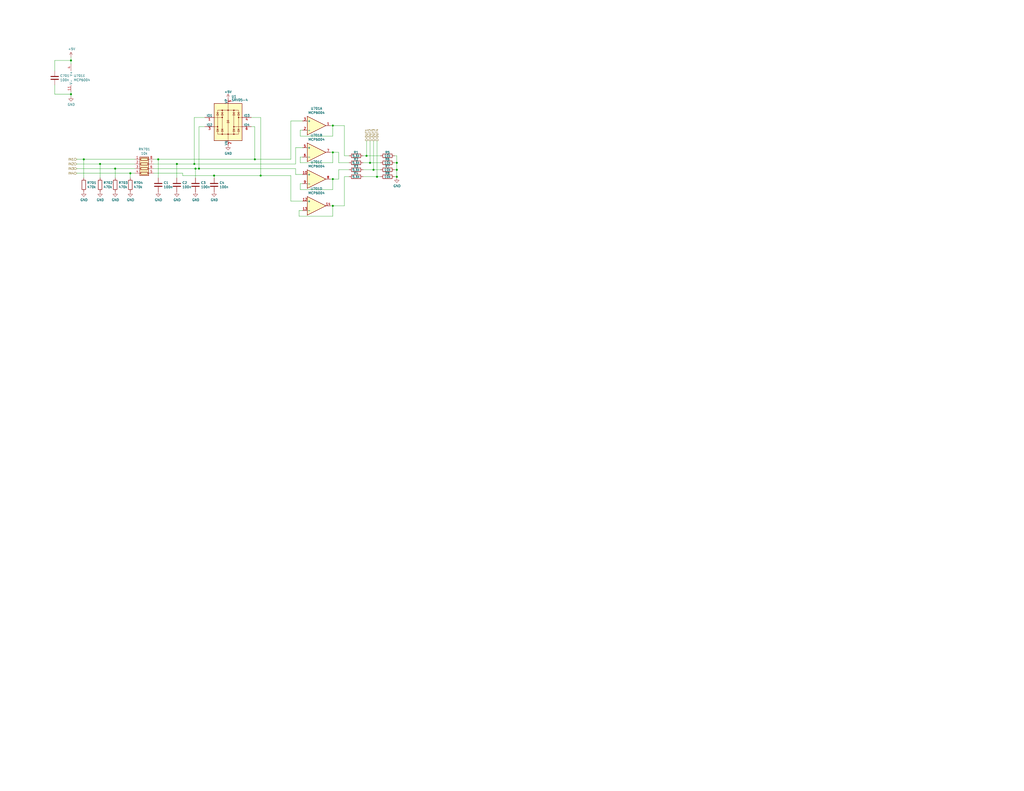
<source format=kicad_sch>
(kicad_sch (version 20211123) (generator eeschema)
  (paper "C")
  (title_block (title "1999 Dodge Dakota Based on rusEFI/proteus") (date "2023-08-12") (rev "V0.1") (company "rusEFI"))
  (lib_symbols
    (symbol "Amplifier_Operational:MCP6004" (pin_names (offset 0.127))
      (property "Reference" "U" (at 0 5.08 0))
      (property "Value" "MCP6004" (at 0 -5.08 0))
      (symbol "MCP6004_1_1"
        (polyline (pts (xy -5.08 5.08) (xy 5.08 0) (xy -5.08 -5.08) (xy -5.08 5.08)) (stroke (width 0.254)) (fill (type background)))
        (pin output line (at 7.62 0 180) (length 2.54) (name "~") (number "1"))
        (pin input line (at -7.62 -2.54 0) (length 2.54) (name "-") (number "2"))
        (pin input line (at -7.62 2.54 0) (length 2.54) (name "+") (number "3"))
      )
      (symbol "MCP6004_2_1"
        (polyline (pts (xy -5.08 5.08) (xy 5.08 0) (xy -5.08 -5.08) (xy -5.08 5.08)) (stroke (width 0.254)) (fill (type background)))
        (pin input line (at -7.62 2.54 0) (length 2.54) (name "+") (number "5"))
        (pin input line (at -7.62 -2.54 0) (length 2.54) (name "-") (number "6"))
        (pin output line (at 7.62 0 180) (length 2.54) (name "~") (number "7"))
      )
      (symbol "MCP6004_3_1"
        (polyline (pts (xy -5.08 5.08) (xy 5.08 0) (xy -5.08 -5.08) (xy -5.08 5.08)) (stroke (width 0.254)) (fill (type background)))
        (pin input line (at -7.62 2.54 0) (length 2.54) (name "+") (number "10"))
        (pin output line (at 7.62 0 180) (length 2.54) (name "~") (number "8"))
        (pin input line (at -7.62 -2.54 0) (length 2.54) (name "-") (number "9"))
      )
      (symbol "MCP6004_4_1"
        (polyline (pts (xy -5.08 5.08) (xy 5.08 0) (xy -5.08 -5.08) (xy -5.08 5.08)) (stroke (width 0.254)) (fill (type background)))
        (pin input line (at -7.62 2.54 0) (length 2.54) (name "+") (number "12"))
        (pin input line (at -7.62 -2.54 0) (length 2.54) (name "-") (number "13"))
        (pin output line (at 7.62 0 180) (length 2.54) (name "~") (number "14"))
      )
      (symbol "MCP6004_5_1"
        (pin power_in line (at -2.54 -7.62 90) (length 3.81) (name "V-") (number "11"))
        (pin power_in line (at -2.54 7.62 270) (length 3.81) (name "V+") (number "4"))
      )
    )
    (symbol "Device:C" (pin_numbers hide) (pin_names (offset 0.254))
      (property "Reference" "C" (at 0.635 2.54 0))
      (property "Value" "C" (at 0.635 -2.54 0))
      (symbol "C_0_1"
        (polyline (pts (xy -2.032 -0.762) (xy 2.032 -0.762)) (stroke (width 0.508)))
        (polyline (pts (xy -2.032 0.762) (xy 2.032 0.762)) (stroke (width 0.508)))
      )
      (symbol "C_1_1"
        (pin passive line (at 0 3.81 270) (length 2.794) (name "~") (number "1"))
        (pin passive line (at 0 -3.81 90) (length 2.794) (name "~") (number "2"))
      )
    )
    (symbol "Device:R" (pin_numbers hide) (pin_names (offset 0))
      (property "Reference" "R" (at 2.032 0 90))
      (property "Value" "R" (at 0 0 90))
      (symbol "R_0_1"
        (rectangle (start -1.016 -2.54) (end 1.016 2.54) (stroke (width 0.254)))
      )
      (symbol "R_1_1"
        (pin passive line (at 0 3.81 270) (length 1.27) (name "~") (number "1"))
        (pin passive line (at 0 -3.81 90) (length 1.27) (name "~") (number "2"))
      )
    )
    (symbol "Device:R_Pack04" (pin_names (offset 0) hide)
      (property "Reference" "RN" (at -7.62 0 90))
      (property "Value" "R_Pack04" (at 5.08 0 90))
      (symbol "R_Pack04_0_1"
        (rectangle (start -6.35 -2.413) (end 3.81 2.413) (stroke (width 0.254)) (fill (type background)))
        (rectangle (start -5.715 1.905) (end -4.445 -1.905) (stroke (width 0.254)))
        (rectangle (start -3.175 1.905) (end -1.905 -1.905) (stroke (width 0.254)))
        (rectangle (start -0.635 1.905) (end 0.635 -1.905) (stroke (width 0.254)))
        (polyline (pts (xy -5.08 -2.54) (xy -5.08 -1.905)))
        (polyline (pts (xy -5.08 1.905) (xy -5.08 2.54)))
        (polyline (pts (xy -2.54 -2.54) (xy -2.54 -1.905)))
        (polyline (pts (xy -2.54 1.905) (xy -2.54 2.54)))
        (polyline (pts (xy 0 -2.54) (xy 0 -1.905)))
        (polyline (pts (xy 0 1.905) (xy 0 2.54)))
        (polyline (pts (xy 2.54 -2.54) (xy 2.54 -1.905)))
        (polyline (pts (xy 2.54 1.905) (xy 2.54 2.54)))
        (rectangle (start 1.905 1.905) (end 3.175 -1.905) (stroke (width 0.254)))
      )
      (symbol "R_Pack04_1_1"
        (pin passive line (at -5.08 -5.08 90) (length 2.54) (name "R1.1") (number "1"))
        (pin passive line (at -2.54 -5.08 90) (length 2.54) (name "R2.1") (number "2"))
        (pin passive line (at 0 -5.08 90) (length 2.54) (name "R3.1") (number "3"))
        (pin passive line (at 2.54 -5.08 90) (length 2.54) (name "R4.1") (number "4"))
        (pin passive line (at 2.54 5.08 270) (length 2.54) (name "R4.2") (number "5"))
        (pin passive line (at 0 5.08 270) (length 2.54) (name "R3.2") (number "6"))
        (pin passive line (at -2.54 5.08 270) (length 2.54) (name "R2.2") (number "7"))
        (pin passive line (at -5.08 5.08 270) (length 2.54) (name "R1.2") (number "8"))
      )
    )
    (symbol "Power_Protection:SRV05-4" (pin_names (offset 0))
      (property "Reference" "U" (at -5.08 11.43 0))
      (property "Value" "SRV05-4" (at 2.54 11.43 0))
      (symbol "SRV05-4_0_0"
        (rectangle (start -5.715 6.477) (end 5.715 -6.604))
        (polyline (pts (xy -3.175 -6.604) (xy -3.175 6.477)))
        (polyline (pts (xy 3.175 6.477) (xy 3.175 -6.604)))
      )
      (symbol "SRV05-4_0_1"
        (rectangle (start -7.62 10.16) (end 7.62 -10.16) (stroke (width 0.254)) (fill (type background)))
        (circle (center -5.715 -2.54) (radius 0.2794) (fill (type outline)))
        (circle (center -3.175 -6.604) (radius 0.2794) (fill (type outline)))
        (circle (center -3.175 2.54) (radius 0.2794) (fill (type outline)))
        (circle (center -3.175 6.477) (radius 0.2794) (fill (type outline)))
        (circle (center 0 -6.604) (radius 0.2794) (fill (type outline)))
        (polyline (pts (xy -7.747 2.54) (xy -3.175 2.54)))
        (polyline (pts (xy -7.62 -2.54) (xy -5.715 -2.54)))
        (polyline (pts (xy -5.08 -3.81) (xy -6.35 -3.81)))
        (polyline (pts (xy -5.08 5.08) (xy -6.35 5.08)))
        (polyline (pts (xy -2.54 -3.81) (xy -3.81 -3.81)))
        (polyline (pts (xy -2.54 5.08) (xy -3.81 5.08)))
        (polyline (pts (xy 0 10.16) (xy 0 -10.16)))
        (polyline (pts (xy 3.81 -3.81) (xy 2.54 -3.81)))
        (polyline (pts (xy 3.81 5.08) (xy 2.54 5.08)))
        (polyline (pts (xy 6.35 -3.81) (xy 5.08 -3.81)))
        (polyline (pts (xy 6.35 5.08) (xy 5.08 5.08)))
        (polyline (pts (xy 7.62 -2.54) (xy 3.175 -2.54)))
        (polyline (pts (xy 7.62 2.54) (xy 5.715 2.54)))
        (polyline (pts (xy 0.635 0.889) (xy -0.635 0.889) (xy -0.635 0.635)))
        (polyline (pts (xy -5.08 -5.08) (xy -6.35 -5.08) (xy -5.715 -3.81) (xy -5.08 -5.08)))
        (polyline (pts (xy -5.08 3.81) (xy -6.35 3.81) (xy -5.715 5.08) (xy -5.08 3.81)))
        (polyline (pts (xy -2.54 -5.08) (xy -3.81 -5.08) (xy -3.175 -3.81) (xy -2.54 -5.08)))
        (polyline (pts (xy -2.54 3.81) (xy -3.81 3.81) (xy -3.175 5.08) (xy -2.54 3.81)))
        (polyline (pts (xy 0.635 -0.381) (xy -0.635 -0.381) (xy 0 0.889) (xy 0.635 -0.381)))
        (polyline (pts (xy 3.81 -5.08) (xy 2.54 -5.08) (xy 3.175 -3.81) (xy 3.81 -5.08)))
        (polyline (pts (xy 3.81 3.81) (xy 2.54 3.81) (xy 3.175 5.08) (xy 3.81 3.81)))
        (polyline (pts (xy 6.35 -5.08) (xy 5.08 -5.08) (xy 5.715 -3.81) (xy 6.35 -5.08)))
        (polyline (pts (xy 6.35 3.81) (xy 5.08 3.81) (xy 5.715 5.08) (xy 6.35 3.81)))
        (circle (center 0 6.477) (radius 0.2794) (fill (type outline)))
        (circle (center 3.175 -6.604) (radius 0.2794) (fill (type outline)))
        (circle (center 3.175 -2.54) (radius 0.2794) (fill (type outline)))
        (circle (center 3.175 6.477) (radius 0.2794) (fill (type outline)))
        (circle (center 5.715 2.54) (radius 0.2794) (fill (type outline)))
      )
      (symbol "SRV05-4_1_1"
        (pin passive line (at -12.7 2.54 0) (length 5.08) (name "IO1") (number "1"))
        (pin passive line (at 0 -12.7 90) (length 2.54) (name "VN") (number "2"))
        (pin passive line (at -12.7 -2.54 0) (length 5.08) (name "IO2") (number "3"))
        (pin passive line (at 12.7 2.54 180) (length 5.08) (name "IO3") (number "4"))
        (pin passive line (at 0 12.7 270) (length 2.54) (name "VP") (number "5"))
        (pin passive line (at 12.7 -2.54 180) (length 5.08) (name "IO4") (number "6"))
      )
    )
    (symbol "power:+5V" (power) (pin_names (offset 0))
      (property "Value" "+5V" (at 0 3.556 0))
      (symbol "+5V_0_1"
        (polyline (pts (xy -0.762 1.27) (xy 0 2.54)))
        (polyline (pts (xy 0 0) (xy 0 2.54)))
        (polyline (pts (xy 0 2.54) (xy 0.762 1.27)))
      )
      (symbol "+5V_1_1"
        (pin power_in line (at 0 0 90) (length 0) hide (name "+5V") (number "1"))
      )
    )
    (symbol "power:GND" (power) (pin_names (offset 0))
      (property "Value" "GND" (at 0 -3.81 0))
      (symbol "GND_0_1"
        (polyline (pts (xy 0 0) (xy 0 -1.27) (xy 1.27 -1.27) (xy 0 -2.54) (xy -1.27 -1.27) (xy 0 -1.27)))
      )
      (symbol "GND_1_1"
        (pin power_in line (at 0 0 270) (length 0) hide (name "GND") (number "1"))
      )
    )
  )
  (junction (at 203.835 92.71))
  (junction (at 216.535 88.9))
  (junction (at 216.535 92.71))
  (junction (at 38.735 51.435))
  (junction (at 71.12 94.615))
  (junction (at 108.585 92.075))
  (junction (at 38.735 33.02))
  (junction (at 45.72 86.995))
  (junction (at 181.61 68.58))
  (junction (at 142.24 95.885))
  (junction (at 200.025 85.09))
  (junction (at 216.535 96.52))
  (junction (at 181.61 112.395))
  (junction (at 86.36 86.995))
  (junction (at 54.61 89.535))
  (junction (at 139.065 86.995))
  (junction (at 106.68 92.075))
  (junction (at 62.865 92.075))
  (junction (at 116.84 95.885))
  (junction (at 96.52 89.535))
  (junction (at 181.61 83.185))
  (junction (at 181.61 97.79))
  (junction (at 106.045 89.535))
  (junction (at 205.74 96.52))
  (junction (at 201.93 88.9))
  (wire (pts (xy 184.785 97.79) (xy 184.785 92.71)))
  (wire (pts (xy 216.535 92.71) (xy 215.265 92.71)))
  (wire (pts (xy 165.1 85.725) (xy 163.83 85.725)))
  (wire (pts (xy 181.61 118.11) (xy 181.61 112.395)))
  (wire (pts (xy 163.195 114.935) (xy 163.195 118.11)))
  (wire (pts (xy 161.29 92.075) (xy 161.29 95.25)))
  (wire (pts (xy 99.695 95.885) (xy 116.84 95.885)))
  (wire (pts (xy 181.61 88.9) (xy 181.61 83.185)))
  (wire (pts (xy 111.76 69.215) (xy 108.585 69.215)))
  (wire (pts (xy 190.5 96.52) (xy 187.96 96.52)))
  (wire (pts (xy 216.535 96.52) (xy 215.265 96.52)))
  (wire (pts (xy 205.74 96.52) (xy 205.74 76.835)))
  (wire (pts (xy 163.83 71.12) (xy 163.83 74.295)))
  (wire (pts (xy 83.82 94.615) (xy 99.695 94.615)))
  (wire (pts (xy 139.065 69.215) (xy 139.065 86.995)))
  (wire (pts (xy 41.91 92.075) (xy 62.865 92.075)))
  (wire (pts (xy 165.1 71.12) (xy 163.83 71.12)))
  (wire (pts (xy 137.16 69.215) (xy 139.065 69.215)))
  (wire (pts (xy 83.82 92.075) (xy 106.68 92.075)))
  (wire (pts (xy 108.585 69.215) (xy 108.585 92.075)))
  (wire (pts (xy 29.845 51.435) (xy 29.845 46.355)))
  (wire (pts (xy 181.61 97.79) (xy 180.34 97.79)))
  (wire (pts (xy 38.735 33.02) (xy 38.735 34.925)))
  (wire (pts (xy 111.76 64.135) (xy 106.045 64.135)))
  (wire (pts (xy 181.61 74.295) (xy 181.61 68.58)))
  (wire (pts (xy 38.735 51.435) (xy 29.845 51.435)))
  (wire (pts (xy 137.16 64.135) (xy 142.24 64.135)))
  (wire (pts (xy 38.735 31.115) (xy 38.735 33.02)))
  (wire (pts (xy 29.845 33.02) (xy 38.735 33.02)))
  (wire (pts (xy 71.12 97.155) (xy 71.12 94.615)))
  (wire (pts (xy 200.025 85.09) (xy 200.025 76.835)))
  (wire (pts (xy 181.61 103.505) (xy 181.61 97.79)))
  (wire (pts (xy 71.12 94.615) (xy 41.91 94.615)))
  (wire (pts (xy 181.61 83.185) (xy 184.785 83.185)))
  (wire (pts (xy 216.535 97.155) (xy 216.535 96.52)))
  (wire (pts (xy 181.61 112.395) (xy 180.34 112.395)))
  (wire (pts (xy 142.24 95.885) (xy 158.75 95.885)))
  (wire (pts (xy 106.68 92.075) (xy 108.585 92.075)))
  (wire (pts (xy 163.83 74.295) (xy 181.61 74.295)))
  (wire (pts (xy 158.75 95.885) (xy 158.75 109.855)))
  (wire (pts (xy 83.82 89.535) (xy 96.52 89.535)))
  (wire (pts (xy 163.83 85.725) (xy 163.83 88.9)))
  (wire (pts (xy 181.61 68.58) (xy 180.34 68.58)))
  (wire (pts (xy 161.29 95.25) (xy 165.1 95.25)))
  (wire (pts (xy 187.96 85.09) (xy 187.96 68.58)))
  (wire (pts (xy 181.61 97.79) (xy 184.785 97.79)))
  (wire (pts (xy 165.1 114.935) (xy 163.195 114.935)))
  (wire (pts (xy 216.535 96.52) (xy 216.535 92.71)))
  (wire (pts (xy 54.61 89.535) (xy 41.91 89.535)))
  (wire (pts (xy 184.785 88.9) (xy 190.5 88.9)))
  (wire (pts (xy 38.735 52.705) (xy 38.735 51.435)))
  (wire (pts (xy 116.84 97.155) (xy 116.84 95.885)))
  (wire (pts (xy 163.195 118.11) (xy 181.61 118.11)))
  (wire (pts (xy 41.91 86.995) (xy 45.72 86.995)))
  (wire (pts (xy 54.61 89.535) (xy 73.66 89.535)))
  (wire (pts (xy 201.93 88.9) (xy 198.12 88.9)))
  (wire (pts (xy 45.72 86.995) (xy 45.72 97.155)))
  (wire (pts (xy 108.585 92.075) (xy 161.29 92.075)))
  (wire (pts (xy 165.1 80.645) (xy 161.29 80.645)))
  (wire (pts (xy 200.025 85.09) (xy 207.645 85.09)))
  (wire (pts (xy 45.72 86.995) (xy 73.66 86.995)))
  (wire (pts (xy 86.36 86.995) (xy 139.065 86.995)))
  (wire (pts (xy 86.36 86.995) (xy 83.82 86.995)))
  (wire (pts (xy 158.75 109.855) (xy 165.1 109.855)))
  (wire (pts (xy 207.645 88.9) (xy 201.93 88.9)))
  (wire (pts (xy 38.735 51.435) (xy 38.735 50.165)))
  (wire (pts (xy 106.68 92.075) (xy 106.68 97.155)))
  (wire (pts (xy 216.535 88.9) (xy 215.265 88.9)))
  (wire (pts (xy 187.96 68.58) (xy 181.61 68.58)))
  (wire (pts (xy 158.75 86.995) (xy 158.75 66.04)))
  (wire (pts (xy 187.96 96.52) (xy 187.96 112.395)))
  (wire (pts (xy 203.835 92.71) (xy 207.645 92.71)))
  (wire (pts (xy 116.84 95.885) (xy 142.24 95.885)))
  (wire (pts (xy 163.83 103.505) (xy 181.61 103.505)))
  (wire (pts (xy 187.96 112.395) (xy 181.61 112.395)))
  (wire (pts (xy 181.61 83.185) (xy 180.34 83.185)))
  (wire (pts (xy 106.045 64.135) (xy 106.045 89.535)))
  (wire (pts (xy 201.93 76.835) (xy 201.93 88.9)))
  (wire (pts (xy 203.835 76.835) (xy 203.835 92.71)))
  (wire (pts (xy 62.865 92.075) (xy 62.865 97.155)))
  (wire (pts (xy 198.12 92.71) (xy 203.835 92.71)))
  (wire (pts (xy 216.535 92.71) (xy 216.535 88.9)))
  (wire (pts (xy 158.75 66.04) (xy 165.1 66.04)))
  (wire (pts (xy 71.12 94.615) (xy 73.66 94.615)))
  (wire (pts (xy 96.52 89.535) (xy 106.045 89.535)))
  (wire (pts (xy 215.265 85.09) (xy 216.535 85.09)))
  (wire (pts (xy 139.065 86.995) (xy 158.75 86.995)))
  (wire (pts (xy 165.1 100.33) (xy 163.83 100.33)))
  (wire (pts (xy 184.785 92.71) (xy 190.5 92.71)))
  (wire (pts (xy 207.645 96.52) (xy 205.74 96.52)))
  (wire (pts (xy 54.61 97.155) (xy 54.61 89.535)))
  (wire (pts (xy 106.045 89.535) (xy 161.29 89.535)))
  (wire (pts (xy 216.535 85.09) (xy 216.535 88.9)))
  (wire (pts (xy 190.5 85.09) (xy 187.96 85.09)))
  (wire (pts (xy 73.66 92.075) (xy 62.865 92.075)))
  (wire (pts (xy 198.12 85.09) (xy 200.025 85.09)))
  (wire (pts (xy 205.74 96.52) (xy 198.12 96.52)))
  (wire (pts (xy 184.785 83.185) (xy 184.785 88.9)))
  (wire (pts (xy 161.29 80.645) (xy 161.29 89.535)))
  (wire (pts (xy 163.83 88.9) (xy 181.61 88.9)))
  (wire (pts (xy 163.83 100.33) (xy 163.83 103.505)))
  (wire (pts (xy 29.845 38.735) (xy 29.845 33.02)))
  (wire (pts (xy 96.52 89.535) (xy 96.52 97.155)))
  (wire (pts (xy 99.695 94.615) (xy 99.695 95.885)))
  (wire (pts (xy 142.24 64.135) (xy 142.24 95.885)))
  (wire (pts (xy 86.36 97.155) (xy 86.36 86.995)))
  (hierarchical_label "IN3" (shape input) (at 41.91 92.075 180))
  (hierarchical_label "OUT1" (shape output) (at 200.025 76.835 90))
  (hierarchical_label "IN1" (shape input) (at 41.91 86.995 180))
  (hierarchical_label "OUT4" (shape output) (at 205.74 76.835 90))
  (hierarchical_label "IN4" (shape input) (at 41.91 94.615 180))
  (hierarchical_label "OUT2" (shape output) (at 201.93 76.835 90))
  (hierarchical_label "OUT3" (shape output) (at 203.835 76.835 90))
  (hierarchical_label "IN2" (shape input) (at 41.91 89.535 180))
  (symbol (lib_id "Amplifier_Operational:MCP6004") (at 172.72 68.58 0) (unit 1)
    (property "Reference" "U701" (at 172.72 59.2582 0))
    (property "Value" "MCP6004" (at 172.72 61.5696 0))
    (property "Footprint" "Package_SO:TSSOP-14_4.4x5mm_P0.65mm" (effects hide))
    (property "Datasheet" "http://ww1.microchip.com/downloads/en/DeviceDoc/21733j.pdf" (effects hide))
    (property "PN" "MCP6004T-I/ST" (effects hide))
    (property "LCSC" "C50282" (effects hide))
    (property "LCSC_ext" "1" (effects hide))
    (property "possible_not_ext" "1" (effects hide))
  )
  (symbol (lib_id "Amplifier_Operational:MCP6004") (at 172.72 83.185 0) (unit 2)
    (property "Reference" "U701" (at 172.72 73.8632 0))
    (property "Value" "MCP6004" (at 172.72 76.1746 0))
    (property "Footprint" "Package_SO:TSSOP-14_4.4x5mm_P0.65mm" (effects hide))
    (property "Datasheet" "http://ww1.microchip.com/downloads/en/DeviceDoc/21733j.pdf" (effects hide))
    (property "PN" "MCP6004T-I/ST" (effects hide))
    (property "LCSC" "C50282" (effects hide))
    (property "LCSC_ext" "1" (effects hide))
    (property "possible_not_ext" "1" (effects hide))
  )
  (symbol (lib_id "Amplifier_Operational:MCP6004") (at 172.72 97.79 0) (unit 3)
    (property "Reference" "U701" (at 172.72 88.4682 0))
    (property "Value" "MCP6004" (at 172.72 90.7796 0))
    (property "Footprint" "Package_SO:TSSOP-14_4.4x5mm_P0.65mm" (effects hide))
    (property "Datasheet" "http://ww1.microchip.com/downloads/en/DeviceDoc/21733j.pdf" (effects hide))
    (property "PN" "MCP6004T-I/ST" (effects hide))
    (property "LCSC" "C50282" (effects hide))
    (property "LCSC_ext" "1" (effects hide))
    (property "possible_not_ext" "1" (effects hide))
  )
  (symbol (lib_id "Amplifier_Operational:MCP6004") (at 172.72 112.395 0) (unit 4)
    (property "Reference" "U701" (at 172.72 103.0732 0))
    (property "Value" "MCP6004" (at 172.72 105.3846 0))
    (property "Footprint" "Package_SO:TSSOP-14_4.4x5mm_P0.65mm" (effects hide))
    (property "Datasheet" "http://ww1.microchip.com/downloads/en/DeviceDoc/21733j.pdf" (effects hide))
    (property "PN" "MCP6004T-I/ST" (effects hide))
    (property "LCSC" "C50282" (effects hide))
    (property "LCSC_ext" "1" (effects hide))
    (property "possible_not_ext" "1" (effects hide))
  )
  (symbol (lib_id "Device:R") (at 54.61 100.965 0) (unit 1)
    (property "Reference" "R702" (at 56.388 99.7966 0) (effects (justify left)))
    (property "Value" "470k" (at 56.388 102.108 0) (effects (justify left)))
    (property "Footprint" "Resistor_SMD:R_0402_1005Metric" (effects hide))
    (property "LCSC" "C25790" (effects hide))
    (property "LCSC_ext" "0" (effects hide))
  )
  (symbol (lib_id "Device:R") (at 62.865 100.965 0) (unit 1)
    (property "Reference" "R703" (at 64.643 99.7966 0) (effects (justify left)))
    (property "Value" "470k" (at 64.643 102.108 0) (effects (justify left)))
    (property "Footprint" "Resistor_SMD:R_0402_1005Metric" (effects hide))
    (property "LCSC" "C25790" (effects hide))
    (property "LCSC_ext" "0" (effects hide))
  )
  (symbol (lib_id "Device:R") (at 71.12 100.965 0) (unit 1)
    (property "Reference" "R704" (at 72.898 99.7966 0) (effects (justify left)))
    (property "Value" "470k" (at 72.898 102.108 0) (effects (justify left)))
    (property "Footprint" "Resistor_SMD:R_0402_1005Metric" (effects hide))
    (property "LCSC" "C25790" (effects hide))
    (property "LCSC_ext" "0" (effects hide))
  )
  (symbol (lib_id "power:GND") (at 45.72 104.775 0) (unit 1)
    (property "Reference" "#PWR0706" (effects hide))
    (property "Value" "GND" (at 45.847 109.1692 0))
  )
  (symbol (lib_id "power:GND") (at 54.61 104.775 0) (unit 1)
    (property "Reference" "#PWR0707" (effects hide))
    (property "Value" "GND" (at 54.737 109.1692 0))
  )
  (symbol (lib_id "power:GND") (at 62.865 104.775 0) (unit 1)
    (property "Reference" "#PWR0708" (effects hide))
    (property "Value" "GND" (at 62.992 109.1692 0))
  )
  (symbol (lib_id "power:GND") (at 71.12 104.775 0) (unit 1)
    (property "Reference" "#PWR0709" (effects hide))
    (property "Value" "GND" (at 71.247 109.1692 0))
  )
  (symbol (lib_id "power:GND") (at 86.36 104.775 0) (unit 1)
    (property "Reference" "#PWR0710" (effects hide))
    (property "Value" "GND" (at 86.487 109.1692 0))
  )
  (symbol (lib_id "power:GND") (at 96.52 104.775 0) (unit 1)
    (property "Reference" "#PWR0711" (effects hide))
    (property "Value" "GND" (at 96.647 109.1692 0))
  )
  (symbol (lib_id "Amplifier_Operational:MCP6004") (at 41.275 42.545 0) (unit 5)
    (property "Reference" "U701" (at 40.2082 41.3766 0) (effects (justify left)))
    (property "Value" "MCP6004" (at 40.2082 43.688 0) (effects (justify left)))
    (property "Footprint" "Package_SO:TSSOP-14_4.4x5mm_P0.65mm" (effects hide))
    (property "Datasheet" "http://ww1.microchip.com/downloads/en/DeviceDoc/21733j.pdf" (effects hide))
    (property "PN" "MCP6004T-I/ST" (effects hide))
    (property "LCSC" "C50282" (effects hide))
    (property "LCSC_ext" "1" (effects hide))
    (property "possible_not_ext" "1" (effects hide))
  )
  (symbol (lib_id "Device:R_Pack04") (at 78.74 92.075 270) (unit 1)
    (property "Reference" "RN701" (at 78.74 81.4832 90))
    (property "Value" "10k" (at 78.74 83.7946 90))
    (property "Footprint" "Resistor_SMD:R_Array_Convex_4x0603" (effects hide))
    (property "PN" "CAT16-1002F4LF" (effects hide))
    (property "LCSC" "C29718" (effects hide))
    (property "LCSC_ext" "0" (effects hide))
  )
  (symbol (lib_id "Device:R") (at 45.72 100.965 0) (unit 1)
    (property "Reference" "R701" (at 47.498 99.7966 0) (effects (justify left)))
    (property "Value" "470k" (at 47.498 102.108 0) (effects (justify left)))
    (property "Footprint" "Resistor_SMD:R_0402_1005Metric" (effects hide))
    (property "LCSC" "C25790" (effects hide))
    (property "LCSC_ext" "0" (effects hide))
  )
  (symbol (lib_id "Device:C") (at 29.845 42.545 0) (unit 1)
    (property "Reference" "C701" (at 32.766 41.3766 0) (effects (justify left)))
    (property "Value" "100n" (at 32.766 43.688 0) (effects (justify left)))
    (property "Footprint" "Capacitor_SMD:C_0603_1608Metric" (effects hide))
    (property "LCSC" "C14663" (effects hide))
    (property "LCSC_ext" "0" (effects hide))
  )
  (symbol (lib_id "power:GND") (at 38.735 52.705 0) (unit 1)
    (property "Reference" "#PWR0702" (effects hide))
    (property "Value" "GND" (at 38.862 57.0992 0))
  )
  (symbol (lib_id "power:GND") (at 106.68 104.775 0) (unit 1)
    (property "Reference" "#PWR0712" (effects hide))
    (property "Value" "GND" (at 106.807 109.1692 0))
  )
  (symbol (lib_id "power:GND") (at 116.84 104.775 0) (unit 1)
    (property "Reference" "#PWR0713" (effects hide))
    (property "Value" "GND" (at 116.967 109.1692 0))
  )
  (symbol (lib_id "power:GND") (at 216.535 97.155 0) (unit 1)
    (property "Reference" "#PWR0705" (effects hide))
    (property "Value" "GND" (at 216.662 101.5492 0))
  )
  (symbol (lib_id "power:+5V") (at 38.735 31.115 0) (unit 1)
    (property "Reference" "#PWR0212" (effects hide))
    (property "Value" "+5V" (at 39.116 26.7208 0))
  )
  (symbol (lib_id "Device:R") (at 194.31 85.09 270) (unit 1)
    (property "Reference" "R1" (at 194.31 83.185 90))
    (property "Value" "5.6k" (at 194.31 85.09 90))
    (property "Footprint" "Resistor_SMD:R_0402_1005Metric" (effects hide))
    (property "LCSC" "C25908" (effects hide))
    (property "LCSC_ext" "0" (effects hide))
  )
  (symbol (lib_id "Device:R") (at 194.31 88.9 270) (unit 1)
    (property "Reference" "R2" (at 194.31 86.995 90))
    (property "Value" "5.6k" (at 194.31 88.9 90))
    (property "Footprint" "Resistor_SMD:R_0402_1005Metric" (effects hide))
    (property "LCSC" "C25908" (effects hide))
    (property "LCSC_ext" "0" (effects hide))
  )
  (symbol (lib_id "Device:R") (at 194.31 92.71 270) (unit 1)
    (property "Reference" "R3" (at 194.31 90.805 90))
    (property "Value" "5.6k" (at 194.31 92.71 90))
    (property "Footprint" "Resistor_SMD:R_0402_1005Metric" (effects hide))
    (property "LCSC" "C25908" (effects hide))
    (property "LCSC_ext" "0" (effects hide))
  )
  (symbol (lib_id "Device:R") (at 194.31 96.52 270) (unit 1)
    (property "Reference" "R4" (at 194.31 94.615 90))
    (property "Value" "5.6k" (at 194.31 96.52 90))
    (property "Footprint" "Resistor_SMD:R_0402_1005Metric" (effects hide))
    (property "LCSC" "C25908" (effects hide))
    (property "LCSC_ext" "0" (effects hide))
  )
  (symbol (lib_id "Device:R") (at 211.455 85.09 270) (unit 1)
    (property "Reference" "R5" (at 211.455 83.185 90))
    (property "Value" "10k" (at 211.455 85.09 90))
    (property "Footprint" "Resistor_SMD:R_0402_1005Metric" (effects hide))
    (property "LCSC" "C25744" (effects hide))
    (property "LCSC_ext" "0" (effects hide))
  )
  (symbol (lib_id "Device:R") (at 211.455 88.9 270) (unit 1)
    (property "Reference" "R6" (at 211.455 86.995 90))
    (property "Value" "10k" (at 211.455 88.9 90))
    (property "Footprint" "Resistor_SMD:R_0402_1005Metric" (effects hide))
    (property "LCSC" "C25744" (effects hide))
    (property "LCSC_ext" "0" (effects hide))
  )
  (symbol (lib_id "Device:R") (at 211.455 92.71 270) (unit 1)
    (property "Reference" "R7" (at 211.455 90.805 90))
    (property "Value" "10k" (at 211.455 92.71 90))
    (property "Footprint" "Resistor_SMD:R_0402_1005Metric" (effects hide))
    (property "LCSC" "C25744" (effects hide))
    (property "LCSC_ext" "0" (effects hide))
  )
  (symbol (lib_id "Device:R") (at 211.455 96.52 270) (unit 1)
    (property "Reference" "R8" (at 211.455 94.615 90))
    (property "Value" "10k" (at 211.455 96.52 90))
    (property "Footprint" "Resistor_SMD:R_0402_1005Metric" (effects hide))
    (property "LCSC" "C25744" (effects hide))
    (property "LCSC_ext" "0" (effects hide))
  )
  (symbol (lib_id "Device:C") (at 86.36 100.965 0) (unit 1)
    (property "Reference" "C1" (at 89.281 99.7966 0) (effects (justify left)))
    (property "Value" "100n" (at 89.281 102.108 0) (effects (justify left)))
    (property "Footprint" "Capacitor_SMD:C_0402_1005Metric" (effects hide))
    (property "LCSC" "C1525" (effects hide))
    (property "LCSC_ext" "0" (effects hide))
  )
  (symbol (lib_id "Device:C") (at 96.52 100.965 0) (unit 1)
    (property "Reference" "C2" (at 99.441 99.7966 0) (effects (justify left)))
    (property "Value" "100n" (at 99.441 102.108 0) (effects (justify left)))
    (property "Footprint" "Capacitor_SMD:C_0402_1005Metric" (effects hide))
    (property "LCSC" "C1525" (effects hide))
    (property "LCSC_ext" "0" (effects hide))
  )
  (symbol (lib_id "Device:C") (at 106.68 100.965 0) (unit 1)
    (property "Reference" "C3" (at 109.601 99.7966 0) (effects (justify left)))
    (property "Value" "100n" (at 109.601 102.108 0) (effects (justify left)))
    (property "Footprint" "Capacitor_SMD:C_0402_1005Metric" (effects hide))
    (property "LCSC" "C1525" (effects hide))
    (property "LCSC_ext" "0" (effects hide))
  )
  (symbol (lib_id "Device:C") (at 116.84 100.965 0) (unit 1)
    (property "Reference" "C4" (at 119.761 99.7966 0) (effects (justify left)))
    (property "Value" "100n" (at 119.761 102.108 0) (effects (justify left)))
    (property "Footprint" "Capacitor_SMD:C_0402_1005Metric" (effects hide))
    (property "LCSC" "C1525" (effects hide))
    (property "LCSC_ext" "0" (effects hide))
  )
  (symbol (lib_id "Power_Protection:SRV05-4") (at 124.46 66.675 0) (unit 1)
    (property "Reference" "U1" (at 127.635 52.705 0))
    (property "Value" "SRV05-4" (at 130.81 54.61 0))
    (property "Footprint" "Package_TO_SOT_SMD:SOT-23-6" (effects hide))
    (property "Datasheet" "http://www.onsemi.com/pub/Collateral/SRV05-4-D.PDF" (effects hide))
    (property "LCSC" "C85364" (effects hide))
    (property "LCSC_ext" "0" (effects hide))
  )
  (symbol (lib_id "power:GND") (at 124.46 79.375 0) (unit 1)
    (property "Reference" "#PWR0215" (effects hide))
    (property "Value" "GND" (at 124.587 83.7692 0))
  )
  (symbol (lib_id "power:+5V") (at 124.46 53.975 0) (unit 1)
    (property "Reference" "#PWR0216" (effects hide))
    (property "Value" "+5V" (at 124.46 50.165 0))
  )
)
</source>
